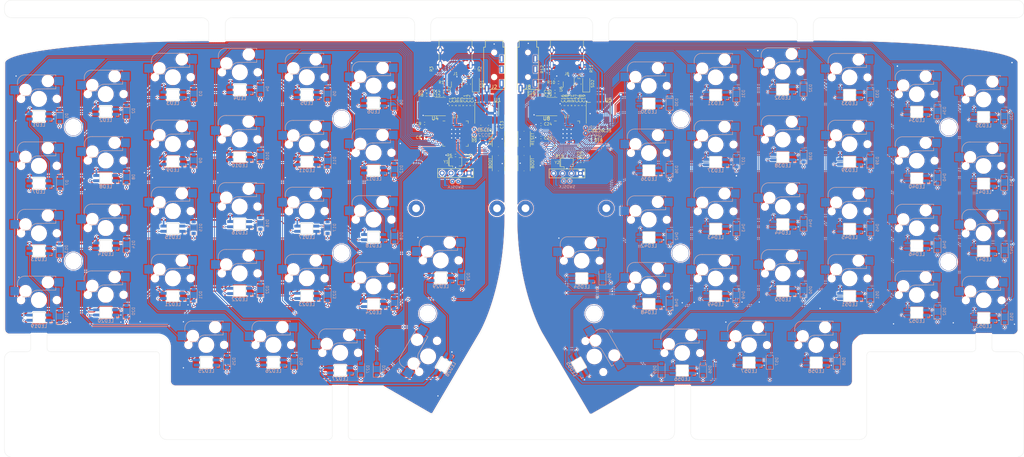
<source format=kicad_pcb>
(kicad_pcb (version 20211014) (generator pcbnew)

  (general
    (thickness 1.6)
  )

  (paper "A3")
  (layers
    (0 "F.Cu" signal)
    (31 "B.Cu" signal)
    (32 "B.Adhes" user "B.Adhesive")
    (33 "F.Adhes" user "F.Adhesive")
    (34 "B.Paste" user)
    (35 "F.Paste" user)
    (36 "B.SilkS" user "B.Silkscreen")
    (37 "F.SilkS" user "F.Silkscreen")
    (38 "B.Mask" user)
    (39 "F.Mask" user)
    (40 "Dwgs.User" user "User.Drawings")
    (41 "Cmts.User" user "User.Comments")
    (42 "Eco1.User" user "User.Eco1")
    (43 "Eco2.User" user "User.Eco2")
    (44 "Edge.Cuts" user)
    (45 "Margin" user)
    (46 "B.CrtYd" user "B.Courtyard")
    (47 "F.CrtYd" user "F.Courtyard")
    (48 "B.Fab" user)
    (49 "F.Fab" user)
  )

  (setup
    (stackup
      (layer "F.SilkS" (type "Top Silk Screen"))
      (layer "F.Paste" (type "Top Solder Paste"))
      (layer "F.Mask" (type "Top Solder Mask") (thickness 0.01))
      (layer "F.Cu" (type "copper") (thickness 0.035))
      (layer "dielectric 1" (type "core") (thickness 1.51) (material "FR4") (epsilon_r 4.5) (loss_tangent 0.02))
      (layer "B.Cu" (type "copper") (thickness 0.035))
      (layer "B.Mask" (type "Bottom Solder Mask") (thickness 0.01))
      (layer "B.Paste" (type "Bottom Solder Paste"))
      (layer "B.SilkS" (type "Bottom Silk Screen"))
      (copper_finish "None")
      (dielectric_constraints no)
    )
    (pad_to_mask_clearance 0.051)
    (solder_mask_min_width 0.25)
    (aux_axis_origin 60 80)
    (pcbplotparams
      (layerselection 0x00010fc_ffffffff)
      (disableapertmacros false)
      (usegerberextensions false)
      (usegerberattributes false)
      (usegerberadvancedattributes false)
      (creategerberjobfile false)
      (svguseinch false)
      (svgprecision 6)
      (excludeedgelayer true)
      (plotframeref false)
      (viasonmask false)
      (mode 1)
      (useauxorigin false)
      (hpglpennumber 1)
      (hpglpenspeed 20)
      (hpglpendiameter 15.000000)
      (dxfpolygonmode true)
      (dxfimperialunits true)
      (dxfusepcbnewfont true)
      (psnegative false)
      (psa4output false)
      (plotreference true)
      (plotvalue true)
      (plotinvisibletext false)
      (sketchpadsonfab false)
      (subtractmaskfromsilk false)
      (outputformat 1)
      (mirror false)
      (drillshape 0)
      (scaleselection 1)
      (outputdirectory "../../../../../Library/CloudStorage/GoogleDrive-yuchi.kbd@gmail.com/マイドライブ/Lily58/Pro_Rev2/gerver_v8_230410/")
    )
  )

  (net 0 "")
  (net 1 "GND")
  (net 2 "GNDA")
  (net 3 "Net-(D1-Pad2)")
  (net 4 "ROW0")
  (net 5 "Net-(D2-Pad2)")
  (net 6 "Net-(D3-Pad2)")
  (net 7 "Net-(D4-Pad2)")
  (net 8 "Net-(D5-Pad2)")
  (net 9 "Net-(D6-Pad2)")
  (net 10 "ROW1")
  (net 11 "Net-(D7-Pad2)")
  (net 12 "Net-(D8-Pad2)")
  (net 13 "Net-(D9-Pad2)")
  (net 14 "Net-(D10-Pad2)")
  (net 15 "Net-(D11-Pad2)")
  (net 16 "Net-(D12-Pad2)")
  (net 17 "ROW2")
  (net 18 "Net-(D13-Pad2)")
  (net 19 "Net-(D14-Pad2)")
  (net 20 "Net-(D15-Pad2)")
  (net 21 "Net-(D16-Pad2)")
  (net 22 "Net-(D17-Pad2)")
  (net 23 "Net-(D18-Pad2)")
  (net 24 "Net-(D19-Pad2)")
  (net 25 "ROW3")
  (net 26 "Net-(D20-Pad2)")
  (net 27 "Net-(D21-Pad2)")
  (net 28 "Net-(D22-Pad2)")
  (net 29 "Net-(D23-Pad2)")
  (net 30 "Net-(D24-Pad2)")
  (net 31 "Net-(D25-Pad2)")
  (net 32 "ROW4")
  (net 33 "Net-(D26-Pad2)")
  (net 34 "Net-(D27-Pad2)")
  (net 35 "Net-(D28-Pad2)")
  (net 36 "Net-(D30-Pad2)")
  (net 37 "Net-(D31-Pad2)")
  (net 38 "Net-(D32-Pad2)")
  (net 39 "Net-(D33-Pad2)")
  (net 40 "Net-(D34-Pad2)")
  (net 41 "Net-(D35-Pad2)")
  (net 42 "ROW1_R")
  (net 43 "Net-(D36-Pad2)")
  (net 44 "Net-(D37-Pad2)")
  (net 45 "Net-(D38-Pad2)")
  (net 46 "Net-(D39-Pad2)")
  (net 47 "Net-(D40-Pad2)")
  (net 48 "Net-(D41-Pad2)")
  (net 49 "ROW2_R")
  (net 50 "Net-(D42-Pad2)")
  (net 51 "Net-(D43-Pad2)")
  (net 52 "Net-(D44-Pad2)")
  (net 53 "Net-(D45-Pad2)")
  (net 54 "Net-(D46-Pad2)")
  (net 55 "Net-(D47-Pad2)")
  (net 56 "ROW3_R")
  (net 57 "Net-(D48-Pad2)")
  (net 58 "Net-(D49-Pad2)")
  (net 59 "Net-(D50-Pad2)")
  (net 60 "Net-(D51-Pad2)")
  (net 61 "Net-(D52-Pad2)")
  (net 62 "Net-(D53-Pad2)")
  (net 63 "ROW4_R")
  (net 64 "Net-(D54-Pad2)")
  (net 65 "Net-(D55-Pad2)")
  (net 66 "Net-(D56-Pad2)")
  (net 67 "Net-(D57-Pad2)")
  (net 68 "Net-(D58-Pad2)")
  (net 69 "VBUS")
  (net 70 "VDC")
  (net 71 "+5V")
  (net 72 "+5VA")
  (net 73 "D+")
  (net 74 "D-")
  (net 75 "COL0")
  (net 76 "COL1")
  (net 77 "COL2")
  (net 78 "COL3")
  (net 79 "COL4")
  (net 80 "COL5")
  (net 81 "COL0_R")
  (net 82 "COL1_R")
  (net 83 "COL2_R")
  (net 84 "COL3_R")
  (net 85 "COL4_R")
  (net 86 "COL5_R")
  (net 87 "USB_BOOT")
  (net 88 "LED")
  (net 89 "unconnected-(H10-Pad1)")
  (net 90 "LED_R")
  (net 91 "SPLIT_HAND_PIN_L")
  (net 92 "SPLIT_HAND_PIN_R")
  (net 93 "Net-(D29-Pad2)")
  (net 94 "unconnected-(U3-Pad4)")
  (net 95 "unconnected-(U3-Pad5)")
  (net 96 "unconnected-(H11-Pad1)")
  (net 97 "unconnected-(H21-Pad1)")
  (net 98 "+1V1")
  (net 99 "+3V3")
  (net 100 "unconnected-(H22-Pad1)")
  (net 101 "+3.3VA")
  (net 102 "ROW0_R")
  (net 103 "Net-(LED1-Pad2)")
  (net 104 "Net-(LED1-Pad4)")
  (net 105 "Net-(LED2-Pad4)")
  (net 106 "Net-(LED3-Pad4)")
  (net 107 "Net-(LED4-Pad4)")
  (net 108 "Net-(LED5-Pad4)")
  (net 109 "Net-(LED13-Pad4)")
  (net 110 "Net-(LED7-Pad2)")
  (net 111 "Net-(LED8-Pad2)")
  (net 112 "Net-(LED10-Pad2)")
  (net 113 "Net-(LED10-Pad4)")
  (net 114 "Net-(LED11-Pad2)")
  (net 115 "Net-(LED13-Pad2)")
  (net 116 "Net-(LED12-Pad2)")
  (net 117 "Net-(LED14-Pad4)")
  (net 118 "Net-(LED15-Pad4)")
  (net 119 "Net-(LED16-Pad4)")
  (net 120 "Net-(LED17-Pad4)")
  (net 121 "Net-(LED19-Pad2)")
  (net 122 "Net-(LED20-Pad2)")
  (net 123 "Net-(LED21-Pad2)")
  (net 124 "Net-(LED22-Pad2)")
  (net 125 "Net-(LED23-Pad2)")
  (net 126 "Net-(LED24-Pad2)")
  (net 127 "unconnected-(LED25-Pad2)")
  (net 128 "Net-(LED25-Pad4)")
  (net 129 "Net-(LED26-Pad4)")
  (net 130 "Net-(LED27-Pad4)")
  (net 131 "Net-(LED28-Pad4)")
  (net 132 "Net-(LED30-Pad2)")
  (net 133 "Net-(LED30-Pad4)")
  (net 134 "Net-(LED31-Pad4)")
  (net 135 "Net-(LED32-Pad4)")
  (net 136 "Net-(LED33-Pad4)")
  (net 137 "Net-(LED34-Pad4)")
  (net 138 "Net-(LED36-Pad2)")
  (net 139 "Net-(LED37-Pad2)")
  (net 140 "Net-(LED38-Pad2)")
  (net 141 "Net-(LED39-Pad2)")
  (net 142 "Net-(LED40-Pad2)")
  (net 143 "Net-(LED41-Pad2)")
  (net 144 "Net-(LED42-Pad2)")
  (net 145 "Net-(LED42-Pad4)")
  (net 146 "Net-(LED43-Pad4)")
  (net 147 "Net-(LED44-Pad4)")
  (net 148 "Net-(LED45-Pad4)")
  (net 149 "Net-(LED46-Pad4)")
  (net 150 "Net-(LED48-Pad2)")
  (net 151 "Net-(LED49-Pad2)")
  (net 152 "Net-(LED50-Pad2)")
  (net 153 "Net-(LED51-Pad2)")
  (net 154 "Net-(LED52-Pad2)")
  (net 155 "Net-(LED53-Pad2)")
  (net 156 "unconnected-(LED54-Pad2)")
  (net 157 "Net-(LED54-Pad4)")
  (net 158 "Net-(LED55-Pad4)")
  (net 159 "Net-(LED56-Pad4)")
  (net 160 "Net-(LED57-Pad4)")
  (net 161 "Net-(J1-PadA5)")
  (net 162 "unconnected-(J1-PadA8)")
  (net 163 "Net-(J1-PadB5)")
  (net 164 "unconnected-(J1-PadB8)")
  (net 165 "SWD")
  (net 166 "SWCLK")
  (net 167 "QSPI_SS")
  (net 168 "Reset")
  (net 169 "QSPI_SD3")
  (net 170 "QSPI_SCLK")
  (net 171 "QSPI_SD0")
  (net 172 "QSPI_SD2")
  (net 173 "QSPI_SD1")
  (net 174 "USB_BOOT_R")
  (net 175 "Reset_R")
  (net 176 "RX")
  (net 177 "TX")
  (net 178 "RX_R")
  (net 179 "TX_R")
  (net 180 "D+_R")
  (net 181 "D-_R")
  (net 182 "SWD_R")
  (net 183 "SWCLK_R")
  (net 184 "QSPI_SD3_R")
  (net 185 "QSPI_SCLK_R")
  (net 186 "QSPI_SD0_R")
  (net 187 "QSPI_SD2_R")
  (net 188 "QSPI_SD1_R")
  (net 189 "QSPI_SS_R")
  (net 190 "SDA")
  (net 191 "SCL")
  (net 192 "SCL_R")
  (net 193 "SDA_R")
  (net 194 "Net-(F1-Pad2)")
  (net 195 "Net-(F2-Pad2)")
  (net 196 "Net-(J6-PadA5)")
  (net 197 "unconnected-(J6-PadA8)")
  (net 198 "Net-(J6-PadB5)")
  (net 199 "unconnected-(J6-PadB8)")
  (net 200 "Net-(R1-Pad1)")
  (net 201 "Net-(R4-Pad1)")
  (net 202 "Net-(R5-Pad1)")
  (net 203 "Net-(R6-Pad2)")
  (net 204 "Net-(R10-Pad1)")
  (net 205 "Net-(R14-Pad1)")
  (net 206 "Net-(R15-Pad2)")
  (net 207 "Net-(R13-Pad1)")
  (net 208 "Net-(R6-Pad1)")
  (net 209 "Net-(R15-Pad1)")
  (net 210 "+1V2")
  (net 211 "IO27")
  (net 212 "IO28")
  (net 213 "IO27_R")
  (net 214 "IO28_R")
  (net 215 "unconnected-(U3-Pad6)")
  (net 216 "Net-(U3-Pad20)")
  (net 217 "unconnected-(U3-Pad27)")
  (net 218 "unconnected-(U3-Pad31)")
  (net 219 "unconnected-(U3-Pad34)")
  (net 220 "unconnected-(U3-Pad35)")
  (net 221 "unconnected-(U3-Pad36)")
  (net 222 "unconnected-(U3-Pad37)")
  (net 223 "unconnected-(U3-Pad38)")
  (net 224 "unconnected-(U3-Pad41)")
  (net 225 "unconnected-(U7-Pad4)")
  (net 226 "unconnected-(U7-Pad5)")
  (net 227 "unconnected-(U7-Pad6)")
  (net 228 "Net-(U7-Pad20)")
  (net 229 "unconnected-(U7-Pad27)")
  (net 230 "unconnected-(U7-Pad31)")
  (net 231 "unconnected-(U7-Pad34)")
  (net 232 "unconnected-(U7-Pad35)")
  (net 233 "unconnected-(U7-Pad36)")
  (net 234 "unconnected-(U7-Pad37)")
  (net 235 "unconnected-(U7-Pad38)")
  (net 236 "unconnected-(U7-Pad41)")

  (footprint "yuchi_kbd:MX_Socket" (layer "F.Cu") (at 88.8 125.64))

  (footprint "yuchi_kbd:MX_Socket" (layer "F.Cu") (at 107.9 120.94))

  (footprint "yuchi_kbd:MX_Socket" (layer "F.Cu") (at 69.8 108.09))

  (footprint "yuchi_kbd:MX_Socket" (layer "F.Cu") (at 126.95 100.54))

  (footprint "yuchi_kbd:MX_Socket" (layer "F.Cu") (at 146 101.94))

  (footprint "yuchi_kbd:MX_Socket" (layer "F.Cu") (at 107.9 101.94))

  (footprint "yuchi_kbd:MX_Socket" (layer "F.Cu") (at 126.9 119.64))

  (footprint "yuchi_kbd:MX_Socket" (layer "F.Cu") (at 165 104.34))

  (footprint "yuchi_kbd:MX_Socket" (layer "F.Cu") (at 184.1 154.04))

  (footprint "yuchi_kbd:MX_Socket" (layer "F.Cu") (at 69.8 127.14))

  (footprint "yuchi_kbd:MX_Socket" (layer "F.Cu") (at 146 159.14))

  (footprint "yuchi_kbd:MX_Socket" (layer "F.Cu") (at 69.8 146.34))

  (footprint "yuchi_kbd:MX_Socket" (layer "F.Cu") (at 165 142.44))

  (footprint "yuchi_kbd:MX_Socket" (layer "F.Cu") (at 107.9 159.14))

  (footprint "yuchi_kbd:MX_Socket" (layer "F.Cu") (at 146 140.04))

  (footprint "yuchi_kbd:MX_Socket" (layer "F.Cu") (at 69.8 165.34))

  (footprint "yuchi_kbd:MX_Socket" (layer "F.Cu") (at 126.9 157.74))

  (footprint "yuchi_kbd:MX_Socket" (layer "F.Cu") (at 88.8 144.84))

  (footprint "yuchi_kbd:MX_Socket" (layer "F.Cu") (at 136.5 178.09))

  (footprint "yuchi_kbd:MX_Socket" (layer "F.Cu") (at 126.9 138.74))

  (footprint "yuchi_kbd:MX_Socket" (layer "F.Cu") (at 180.5 181.34 60))

  (footprint "yuchi_kbd:MX_Socket" (layer "F.Cu") (at 88.8 163.84))

  (footprint "yuchi_kbd:MX_Socket" (layer "F.Cu") (at 107.91 140.03))

  (footprint "yuchi_kbd:MX_Socket" (layer "F.Cu") (at 117.4 178.09))

  (footprint "yuchi_kbd:MX_Socket" (layer "F.Cu") (at 155.5 180.34))

  (footprint "yuchi_kbd:MX_Socket" (layer "F.Cu") (at 165 161.44))

  (footprint "yuchi_kbd:MX_Socket" (layer "F.Cu") (at 146 121.04))

  (footprint "yuchi_kbd:MX_Socket" (layer "F.Cu") (at 165 123.44))

  (footprint "Resistor_SMD:R_0402_1005Metric" (layer "F.Cu") (at 182.4 99.6 90))

  (footprint "Diode_SMD:D_SOD-123" (layer "F.Cu") (at 194.1 103.9 90))

  (footprint "Resistor_SMD:R_0402_1005Metric" (layer "F.Cu") (at 188.9 110 90))

  (footprint "Resistor_SMD:R_0402_1005Metric" (layer "F.Cu") (at 190 110 90))

  (footprint "Resistor_SMD:R_0402_1005Metric" (layer "F.Cu") (at 194.2 99.6 90))

  (footprint "Resistor_SMD:R_0402_1005Metric" (layer "F.Cu") (at 185.85 103.45 180))

  (footprint "Button_Switch_SMD:SW_Push_1P1T_NO_Vertical_Wuerth_434133025816" (layer "F.Cu") (at 200.5 119.5 90))

  (footprint "Resistor_SMD:R_0402_1005Metric" (layer "F.Cu") (at 180.1 106 180))

  (footprint "yuchi:HOLE_M2_TH" (layer "F.Cu") (at 155.9 151.94))

  (footprint "yuchi:HOLE_M2_TH" (layer "F.Cu") (at 155.9 113.74))

  (footprint "Resistor_SMD:R_0402_1005Metric" (layer "F.Cu") (at 188.3 124.2 180))

  (footprint "yuchi:HOLE_M2_TH" (layer "F.Cu") (at 79.6 154.24))

  (footprint "yuchi:HOLE_M2_TH" (layer "F.Cu") (at 180.4 169.14))

  (footprint "yuchi:HOLE_M2_TH" (layer "F.Cu") (at 79.6 116.14))

  (footprint "Resistor_SMD:R_0402_1005Metric" (layer "F.Cu") (at 180.1 107 180))

  (footprint "yuchi_kbd:MX_Socket" (layer "F.Cu") (at 88.8 106.74))

  (footprint "Capacitor_SMD:C_0402_1005Metric" (layer "F.Cu") (at 192.7 126 -90))

  (footprint "yuchi_kbd:MX_Socket" (layer "F.Cu") (at 224.19933 154.137084))

  (footprint "yuchi_kbd:MX_Socket" (layer "F.Cu") (at 271.79933 178.137084))

  (footprint "yuchi_kbd:MX_Socket" (layer "F.Cu") (at 227.79933 181.387084 -60))

  (footprint "yuchi_kbd:MX_Socket" (layer "F.Cu") (at 252.79933 180.387084))

  (footprint "yuchi_kbd:MX_Socket" (layer "F.Cu")
    (tedit 636E87C9) (tstamp 00000000-0000-0000-0000-0000621fe3d8)
    (at 319.49933 163.887084)
    (property "Sheetfile" "Pro_Rev2.kicad_sch")
    (property "Sheetname" "")
    (path "/00000000-0000-0000-0000-00005f49a273")
    (attr through_hole)
    (fp_text reference "SW52" (at 7 8) (layer "Eco2.User")
      (effects (font (size 1 1) (thickness 0.15)))
      (tstamp 54a780ec-8100-4a38-b41d-45de9ffb4aeb)
    )
    (fp_text value "SW_Push" (at -5 -8) (layer "F.Fab") hide
      (effects (font (size 1 1) (thickness 0.15)))
      (tstamp fd60014e-3baf-4857-99b2-a530a448c464)
    )
    (fp_line (start 4.8 -6.804) (end -3.825 -6.804) (layer "B.SilkS") (width 0.15) (tstamp 03f7b1c0-c65a-44b6-9121-4c1bc482d0c8))
    (fp_line (start -6.1 -1.2) (end -6.1 -0.9) (layer "B.SilkS") (width 0.15) (tstamp 25faec79-9dee-4bf7-958d-4a0bbe34d91c))
    (fp_line (start 4.8 -2.85) (end 4.8 -3.7) (layer "B.SilkS") (width 0.15) (tstamp 4f117eaa-aeec-4318-a413-52eed46cf08e))
    (fp_line (start -6.1 -0.896) (end -5.6 -0.896) (layer "B.SilkS") (width 0.15) (tstamp 61e4cab7-0787-4181-a306-7b07d0f6a116))
    (fp_line (start -6.1 -4.85) (end -6.1 -3.9) (layer "B.SilkS") (width 0.15) (tstamp 81bc8232-9a17-4cc4-9257-010d5f3066ce))
    (fp_line (start 4.8 -2.85) (end -0.25 -2.804) (layer "B.SilkS") (width 0.15) (tstamp d4960646-413e-4a73-b239-3afe0af64a14))
    (fp_line (start -4.6 -0.916) (end -2.485 -0.916) (layer "B.SilkS") (width 0.15) (tstamp e56e432a-2abc-4e3c-94a1-0be7f9aa4cec))
    (fp_line (start 4.8 -6.5) (end 4.8 -6.804) (layer "B.SilkS") (width 0.15) (tstamp edc6958c-6a61-40bb-9ebf-c35eee6a3894))
    (fp_arc (start -6.089 -4.92) (mid -5.347189 -6.33089) (end -3.825 -6.804) (layer "B.SilkS") (width 0.15) (tstamp 5238dd08-0022-4b13-ac10-df5f9ad514a1))
    (fp_arc (start -2.485 -0.92) (mid -1.744361 -2.328061) (end -0.225 -2.8) (layer "B.SilkS") (width 0.15) (tstamp edb9facb-7598-4b89-9072-c52aed859624))
    (fp_line (start 7 -7) (end 7 7) (layer "Eco2.User") (width 0.15) (tstamp 12b3f282-b27e-422d-8573-a75c93f7618d))
    (fp_line (start -7 -7) (end 7 -7) (layer "Eco2.User") (width 0.15) (tstamp 4193a75e-4a2e-42f7-ae51-6c5375e05738))
    (fp_line (start 9.25 9.25) (end -9.25 9.25) (layer "Eco2.User") (width 0.15) (tstamp 55e99059-583f-485b-acc8-d5fbdc2a3bc7))
    (fp_line (start -9.25 -9.25) (end 9.25 -9.25) (layer "Eco2.User") (width 0.15) (tstamp 6991a980-01b5-4b07-b4ba-4e70322165c8))
    (fp_line (start -7 7) (end -7 -7) (layer "Eco2.User") (width 0.15) (tstamp 96066fe1-f77b-478d-9b2d-0f1adc727f12))
    (fp_line (start 7 7) (end -7 7) (layer "Eco2.User") (width 0.15) (tstamp a5b6c33a-094a-4574-9b54-fc0d49089789))
    (fp_line (start -9.25 9.25) (end -9.25 -9.25) (layer "Eco2.User") (width 0.15) (tstamp b7c041e1-69c5-4d56-b9ca-5cb67a769ad6))
    (fp_line (start 9.25 -9.25) (end 9.25 9.25) (layer "Eco2.User") (width 0.15) (tstamp c07bb8a6-640a-45e3-96a8-3366846ed9af))
    (fp_line (start -11 -11) (end -11 11) (layer "F.Fab") (width 0.15) (
... [6228723 chars truncated]
</source>
